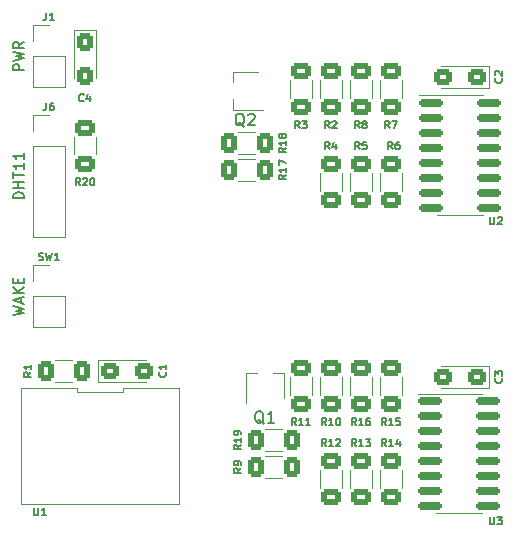
<source format=gto>
%TF.GenerationSoftware,KiCad,Pcbnew,(6.0.9)*%
%TF.CreationDate,2022-12-10T14:47:00+01:00*%
%TF.ProjectId,Hygrometer_SMD_doubleSided,48796772-6f6d-4657-9465-725f534d445f,rev?*%
%TF.SameCoordinates,Original*%
%TF.FileFunction,Legend,Top*%
%TF.FilePolarity,Positive*%
%FSLAX46Y46*%
G04 Gerber Fmt 4.6, Leading zero omitted, Abs format (unit mm)*
G04 Created by KiCad (PCBNEW (6.0.9)) date 2022-12-10 14:47:00*
%MOMM*%
%LPD*%
G01*
G04 APERTURE LIST*
G04 Aperture macros list*
%AMRoundRect*
0 Rectangle with rounded corners*
0 $1 Rounding radius*
0 $2 $3 $4 $5 $6 $7 $8 $9 X,Y pos of 4 corners*
0 Add a 4 corners polygon primitive as box body*
4,1,4,$2,$3,$4,$5,$6,$7,$8,$9,$2,$3,0*
0 Add four circle primitives for the rounded corners*
1,1,$1+$1,$2,$3*
1,1,$1+$1,$4,$5*
1,1,$1+$1,$6,$7*
1,1,$1+$1,$8,$9*
0 Add four rect primitives between the rounded corners*
20,1,$1+$1,$2,$3,$4,$5,0*
20,1,$1+$1,$4,$5,$6,$7,0*
20,1,$1+$1,$6,$7,$8,$9,0*
20,1,$1+$1,$8,$9,$2,$3,0*%
G04 Aperture macros list end*
%ADD10C,0.139700*%
%ADD11C,0.150000*%
%ADD12C,0.127000*%
%ADD13C,0.120000*%
%ADD14R,1.000000X0.700000*%
%ADD15R,0.700000X1.000000*%
%ADD16RoundRect,0.250000X-0.625000X0.400000X-0.625000X-0.400000X0.625000X-0.400000X0.625000X0.400000X0*%
%ADD17RoundRect,0.250000X0.625000X-0.400000X0.625000X0.400000X-0.625000X0.400000X-0.625000X-0.400000X0*%
%ADD18RoundRect,0.250000X-0.400000X-0.625000X0.400000X-0.625000X0.400000X0.625000X-0.400000X0.625000X0*%
%ADD19RoundRect,0.150000X-0.825000X-0.150000X0.825000X-0.150000X0.825000X0.150000X-0.825000X0.150000X0*%
%ADD20R,1.700000X1.700000*%
%ADD21O,1.700000X1.700000*%
%ADD22RoundRect,0.250000X0.400000X0.625000X-0.400000X0.625000X-0.400000X-0.625000X0.400000X-0.625000X0*%
%ADD23RoundRect,0.250000X-0.425000X0.537500X-0.425000X-0.537500X0.425000X-0.537500X0.425000X0.537500X0*%
%ADD24RoundRect,0.250000X0.537500X0.425000X-0.537500X0.425000X-0.537500X-0.425000X0.537500X-0.425000X0*%
%ADD25RoundRect,0.250000X-0.537500X-0.425000X0.537500X-0.425000X0.537500X0.425000X-0.537500X0.425000X0*%
%ADD26O,2.999999X1.200000*%
%ADD27R,1.500000X1.500000*%
%ADD28C,1.500000*%
G04 APERTURE END LIST*
D10*
X45087166Y-56676666D02*
X45976166Y-56465000D01*
X45341166Y-56295666D01*
X45976166Y-56126333D01*
X45087166Y-55914666D01*
X45722166Y-55618333D02*
X45722166Y-55195000D01*
X45976166Y-55703000D02*
X45087166Y-55406666D01*
X45976166Y-55110333D01*
X45976166Y-54814000D02*
X45087166Y-54814000D01*
X45976166Y-54306000D02*
X45468166Y-54687000D01*
X45087166Y-54306000D02*
X45595166Y-54814000D01*
X45510500Y-53925000D02*
X45510500Y-53628666D01*
X45976166Y-53501666D02*
X45976166Y-53925000D01*
X45087166Y-53925000D01*
X45087166Y-53501666D01*
X45976166Y-35933333D02*
X45087166Y-35933333D01*
X45087166Y-35594666D01*
X45129500Y-35510000D01*
X45171833Y-35467666D01*
X45256500Y-35425333D01*
X45383500Y-35425333D01*
X45468166Y-35467666D01*
X45510500Y-35510000D01*
X45552833Y-35594666D01*
X45552833Y-35933333D01*
X45087166Y-35129000D02*
X45976166Y-34917333D01*
X45341166Y-34748000D01*
X45976166Y-34578666D01*
X45087166Y-34367000D01*
X45976166Y-33520333D02*
X45552833Y-33816666D01*
X45976166Y-34028333D02*
X45087166Y-34028333D01*
X45087166Y-33689666D01*
X45129500Y-33605000D01*
X45171833Y-33562666D01*
X45256500Y-33520333D01*
X45383500Y-33520333D01*
X45468166Y-33562666D01*
X45510500Y-33605000D01*
X45552833Y-33689666D01*
X45552833Y-34028333D01*
X45976166Y-46791833D02*
X45087166Y-46791833D01*
X45087166Y-46580166D01*
X45129500Y-46453166D01*
X45214166Y-46368500D01*
X45298833Y-46326166D01*
X45468166Y-46283833D01*
X45595166Y-46283833D01*
X45764500Y-46326166D01*
X45849166Y-46368500D01*
X45933833Y-46453166D01*
X45976166Y-46580166D01*
X45976166Y-46791833D01*
X45976166Y-45902833D02*
X45087166Y-45902833D01*
X45510500Y-45902833D02*
X45510500Y-45394833D01*
X45976166Y-45394833D02*
X45087166Y-45394833D01*
X45087166Y-45098500D02*
X45087166Y-44590500D01*
X45976166Y-44844500D02*
X45087166Y-44844500D01*
X45976166Y-43828500D02*
X45976166Y-44336500D01*
X45976166Y-44082500D02*
X45087166Y-44082500D01*
X45214166Y-44167166D01*
X45298833Y-44251833D01*
X45341166Y-44336500D01*
X45976166Y-42981833D02*
X45976166Y-43489833D01*
X45976166Y-43235833D02*
X45087166Y-43235833D01*
X45214166Y-43320500D01*
X45298833Y-43405166D01*
X45341166Y-43489833D01*
D11*
%TO.C,Q2*%
X64655761Y-40716619D02*
X64560523Y-40669000D01*
X64465285Y-40573761D01*
X64322428Y-40430904D01*
X64227190Y-40383285D01*
X64131952Y-40383285D01*
X64179571Y-40621380D02*
X64084333Y-40573761D01*
X63989095Y-40478523D01*
X63941476Y-40288047D01*
X63941476Y-39954714D01*
X63989095Y-39764238D01*
X64084333Y-39669000D01*
X64179571Y-39621380D01*
X64370047Y-39621380D01*
X64465285Y-39669000D01*
X64560523Y-39764238D01*
X64608142Y-39954714D01*
X64608142Y-40288047D01*
X64560523Y-40478523D01*
X64465285Y-40573761D01*
X64370047Y-40621380D01*
X64179571Y-40621380D01*
X64989095Y-39716619D02*
X65036714Y-39669000D01*
X65131952Y-39621380D01*
X65370047Y-39621380D01*
X65465285Y-39669000D01*
X65512904Y-39716619D01*
X65560523Y-39811857D01*
X65560523Y-39907095D01*
X65512904Y-40049952D01*
X64941476Y-40621380D01*
X65560523Y-40621380D01*
%TO.C,Q1*%
X66306761Y-65902619D02*
X66211523Y-65855000D01*
X66116285Y-65759761D01*
X65973428Y-65616904D01*
X65878190Y-65569285D01*
X65782952Y-65569285D01*
X65830571Y-65807380D02*
X65735333Y-65759761D01*
X65640095Y-65664523D01*
X65592476Y-65474047D01*
X65592476Y-65140714D01*
X65640095Y-64950238D01*
X65735333Y-64855000D01*
X65830571Y-64807380D01*
X66021047Y-64807380D01*
X66116285Y-64855000D01*
X66211523Y-64950238D01*
X66259142Y-65140714D01*
X66259142Y-65474047D01*
X66211523Y-65664523D01*
X66116285Y-65759761D01*
X66021047Y-65807380D01*
X65830571Y-65807380D01*
X67211523Y-65807380D02*
X66640095Y-65807380D01*
X66925809Y-65807380D02*
X66925809Y-64807380D01*
X66830571Y-64950238D01*
X66735333Y-65045476D01*
X66640095Y-65093095D01*
D12*
%TO.C,R2*%
X71884166Y-40877261D02*
X71672500Y-40574880D01*
X71521309Y-40877261D02*
X71521309Y-40242261D01*
X71763214Y-40242261D01*
X71823690Y-40272500D01*
X71853928Y-40302738D01*
X71884166Y-40363214D01*
X71884166Y-40453928D01*
X71853928Y-40514404D01*
X71823690Y-40544642D01*
X71763214Y-40574880D01*
X71521309Y-40574880D01*
X72126071Y-40302738D02*
X72156309Y-40272500D01*
X72216785Y-40242261D01*
X72367976Y-40242261D01*
X72428452Y-40272500D01*
X72458690Y-40302738D01*
X72488928Y-40363214D01*
X72488928Y-40423690D01*
X72458690Y-40514404D01*
X72095833Y-40877261D01*
X72488928Y-40877261D01*
%TO.C,R3*%
X69344166Y-40877261D02*
X69132500Y-40574880D01*
X68981309Y-40877261D02*
X68981309Y-40242261D01*
X69223214Y-40242261D01*
X69283690Y-40272500D01*
X69313928Y-40302738D01*
X69344166Y-40363214D01*
X69344166Y-40453928D01*
X69313928Y-40514404D01*
X69283690Y-40544642D01*
X69223214Y-40574880D01*
X68981309Y-40574880D01*
X69555833Y-40242261D02*
X69948928Y-40242261D01*
X69737261Y-40484166D01*
X69827976Y-40484166D01*
X69888452Y-40514404D01*
X69918690Y-40544642D01*
X69948928Y-40605119D01*
X69948928Y-40756309D01*
X69918690Y-40816785D01*
X69888452Y-40847023D01*
X69827976Y-40877261D01*
X69646547Y-40877261D01*
X69586071Y-40847023D01*
X69555833Y-40816785D01*
%TO.C,R5*%
X74424166Y-42655261D02*
X74212500Y-42352880D01*
X74061309Y-42655261D02*
X74061309Y-42020261D01*
X74303214Y-42020261D01*
X74363690Y-42050500D01*
X74393928Y-42080738D01*
X74424166Y-42141214D01*
X74424166Y-42231928D01*
X74393928Y-42292404D01*
X74363690Y-42322642D01*
X74303214Y-42352880D01*
X74061309Y-42352880D01*
X74998690Y-42020261D02*
X74696309Y-42020261D01*
X74666071Y-42322642D01*
X74696309Y-42292404D01*
X74756785Y-42262166D01*
X74907976Y-42262166D01*
X74968452Y-42292404D01*
X74998690Y-42322642D01*
X75028928Y-42383119D01*
X75028928Y-42534309D01*
X74998690Y-42594785D01*
X74968452Y-42625023D01*
X74907976Y-42655261D01*
X74756785Y-42655261D01*
X74696309Y-42625023D01*
X74666071Y-42594785D01*
%TO.C,R6*%
X77218166Y-42655261D02*
X77006500Y-42352880D01*
X76855309Y-42655261D02*
X76855309Y-42020261D01*
X77097214Y-42020261D01*
X77157690Y-42050500D01*
X77187928Y-42080738D01*
X77218166Y-42141214D01*
X77218166Y-42231928D01*
X77187928Y-42292404D01*
X77157690Y-42322642D01*
X77097214Y-42352880D01*
X76855309Y-42352880D01*
X77762452Y-42020261D02*
X77641500Y-42020261D01*
X77581023Y-42050500D01*
X77550785Y-42080738D01*
X77490309Y-42171452D01*
X77460071Y-42292404D01*
X77460071Y-42534309D01*
X77490309Y-42594785D01*
X77520547Y-42625023D01*
X77581023Y-42655261D01*
X77701976Y-42655261D01*
X77762452Y-42625023D01*
X77792690Y-42594785D01*
X77822928Y-42534309D01*
X77822928Y-42383119D01*
X77792690Y-42322642D01*
X77762452Y-42292404D01*
X77701976Y-42262166D01*
X77581023Y-42262166D01*
X77520547Y-42292404D01*
X77490309Y-42322642D01*
X77460071Y-42383119D01*
%TO.C,R7*%
X76964166Y-40877261D02*
X76752500Y-40574880D01*
X76601309Y-40877261D02*
X76601309Y-40242261D01*
X76843214Y-40242261D01*
X76903690Y-40272500D01*
X76933928Y-40302738D01*
X76964166Y-40363214D01*
X76964166Y-40453928D01*
X76933928Y-40514404D01*
X76903690Y-40544642D01*
X76843214Y-40574880D01*
X76601309Y-40574880D01*
X77175833Y-40242261D02*
X77599166Y-40242261D01*
X77327023Y-40877261D01*
%TO.C,R8*%
X74424166Y-40877261D02*
X74212500Y-40574880D01*
X74061309Y-40877261D02*
X74061309Y-40242261D01*
X74303214Y-40242261D01*
X74363690Y-40272500D01*
X74393928Y-40302738D01*
X74424166Y-40363214D01*
X74424166Y-40453928D01*
X74393928Y-40514404D01*
X74363690Y-40544642D01*
X74303214Y-40574880D01*
X74061309Y-40574880D01*
X74787023Y-40514404D02*
X74726547Y-40484166D01*
X74696309Y-40453928D01*
X74666071Y-40393452D01*
X74666071Y-40363214D01*
X74696309Y-40302738D01*
X74726547Y-40272500D01*
X74787023Y-40242261D01*
X74907976Y-40242261D01*
X74968452Y-40272500D01*
X74998690Y-40302738D01*
X75028928Y-40363214D01*
X75028928Y-40393452D01*
X74998690Y-40453928D01*
X74968452Y-40484166D01*
X74907976Y-40514404D01*
X74787023Y-40514404D01*
X74726547Y-40544642D01*
X74696309Y-40574880D01*
X74666071Y-40635357D01*
X74666071Y-40756309D01*
X74696309Y-40816785D01*
X74726547Y-40847023D01*
X74787023Y-40877261D01*
X74907976Y-40877261D01*
X74968452Y-40847023D01*
X74998690Y-40816785D01*
X75028928Y-40756309D01*
X75028928Y-40635357D01*
X74998690Y-40574880D01*
X74968452Y-40544642D01*
X74907976Y-40514404D01*
%TO.C,R9*%
X64403261Y-69651833D02*
X64100880Y-69863500D01*
X64403261Y-70014690D02*
X63768261Y-70014690D01*
X63768261Y-69772785D01*
X63798500Y-69712309D01*
X63828738Y-69682071D01*
X63889214Y-69651833D01*
X63979928Y-69651833D01*
X64040404Y-69682071D01*
X64070642Y-69712309D01*
X64100880Y-69772785D01*
X64100880Y-70014690D01*
X64403261Y-69349452D02*
X64403261Y-69228500D01*
X64373023Y-69168023D01*
X64342785Y-69137785D01*
X64252071Y-69077309D01*
X64131119Y-69047071D01*
X63889214Y-69047071D01*
X63828738Y-69077309D01*
X63798500Y-69107547D01*
X63768261Y-69168023D01*
X63768261Y-69288976D01*
X63798500Y-69349452D01*
X63828738Y-69379690D01*
X63889214Y-69409928D01*
X64040404Y-69409928D01*
X64100880Y-69379690D01*
X64131119Y-69349452D01*
X64161357Y-69288976D01*
X64161357Y-69168023D01*
X64131119Y-69107547D01*
X64100880Y-69077309D01*
X64040404Y-69047071D01*
%TO.C,R10*%
X71581785Y-66023261D02*
X71370119Y-65720880D01*
X71218928Y-66023261D02*
X71218928Y-65388261D01*
X71460833Y-65388261D01*
X71521309Y-65418500D01*
X71551547Y-65448738D01*
X71581785Y-65509214D01*
X71581785Y-65599928D01*
X71551547Y-65660404D01*
X71521309Y-65690642D01*
X71460833Y-65720880D01*
X71218928Y-65720880D01*
X72186547Y-66023261D02*
X71823690Y-66023261D01*
X72005119Y-66023261D02*
X72005119Y-65388261D01*
X71944642Y-65478976D01*
X71884166Y-65539452D01*
X71823690Y-65569690D01*
X72579642Y-65388261D02*
X72640119Y-65388261D01*
X72700595Y-65418500D01*
X72730833Y-65448738D01*
X72761071Y-65509214D01*
X72791309Y-65630166D01*
X72791309Y-65781357D01*
X72761071Y-65902309D01*
X72730833Y-65962785D01*
X72700595Y-65993023D01*
X72640119Y-66023261D01*
X72579642Y-66023261D01*
X72519166Y-65993023D01*
X72488928Y-65962785D01*
X72458690Y-65902309D01*
X72428452Y-65781357D01*
X72428452Y-65630166D01*
X72458690Y-65509214D01*
X72488928Y-65448738D01*
X72519166Y-65418500D01*
X72579642Y-65388261D01*
%TO.C,R11*%
X69041785Y-66023261D02*
X68830119Y-65720880D01*
X68678928Y-66023261D02*
X68678928Y-65388261D01*
X68920833Y-65388261D01*
X68981309Y-65418500D01*
X69011547Y-65448738D01*
X69041785Y-65509214D01*
X69041785Y-65599928D01*
X69011547Y-65660404D01*
X68981309Y-65690642D01*
X68920833Y-65720880D01*
X68678928Y-65720880D01*
X69646547Y-66023261D02*
X69283690Y-66023261D01*
X69465119Y-66023261D02*
X69465119Y-65388261D01*
X69404642Y-65478976D01*
X69344166Y-65539452D01*
X69283690Y-65569690D01*
X70251309Y-66023261D02*
X69888452Y-66023261D01*
X70069880Y-66023261D02*
X70069880Y-65388261D01*
X70009404Y-65478976D01*
X69948928Y-65539452D01*
X69888452Y-65569690D01*
%TO.C,R12*%
X71581785Y-67801261D02*
X71370119Y-67498880D01*
X71218928Y-67801261D02*
X71218928Y-67166261D01*
X71460833Y-67166261D01*
X71521309Y-67196500D01*
X71551547Y-67226738D01*
X71581785Y-67287214D01*
X71581785Y-67377928D01*
X71551547Y-67438404D01*
X71521309Y-67468642D01*
X71460833Y-67498880D01*
X71218928Y-67498880D01*
X72186547Y-67801261D02*
X71823690Y-67801261D01*
X72005119Y-67801261D02*
X72005119Y-67166261D01*
X71944642Y-67256976D01*
X71884166Y-67317452D01*
X71823690Y-67347690D01*
X72428452Y-67226738D02*
X72458690Y-67196500D01*
X72519166Y-67166261D01*
X72670357Y-67166261D01*
X72730833Y-67196500D01*
X72761071Y-67226738D01*
X72791309Y-67287214D01*
X72791309Y-67347690D01*
X72761071Y-67438404D01*
X72398214Y-67801261D01*
X72791309Y-67801261D01*
%TO.C,R13*%
X74121785Y-67801261D02*
X73910119Y-67498880D01*
X73758928Y-67801261D02*
X73758928Y-67166261D01*
X74000833Y-67166261D01*
X74061309Y-67196500D01*
X74091547Y-67226738D01*
X74121785Y-67287214D01*
X74121785Y-67377928D01*
X74091547Y-67438404D01*
X74061309Y-67468642D01*
X74000833Y-67498880D01*
X73758928Y-67498880D01*
X74726547Y-67801261D02*
X74363690Y-67801261D01*
X74545119Y-67801261D02*
X74545119Y-67166261D01*
X74484642Y-67256976D01*
X74424166Y-67317452D01*
X74363690Y-67347690D01*
X74938214Y-67166261D02*
X75331309Y-67166261D01*
X75119642Y-67408166D01*
X75210357Y-67408166D01*
X75270833Y-67438404D01*
X75301071Y-67468642D01*
X75331309Y-67529119D01*
X75331309Y-67680309D01*
X75301071Y-67740785D01*
X75270833Y-67771023D01*
X75210357Y-67801261D01*
X75028928Y-67801261D01*
X74968452Y-67771023D01*
X74938214Y-67740785D01*
%TO.C,R14*%
X76661785Y-67801261D02*
X76450119Y-67498880D01*
X76298928Y-67801261D02*
X76298928Y-67166261D01*
X76540833Y-67166261D01*
X76601309Y-67196500D01*
X76631547Y-67226738D01*
X76661785Y-67287214D01*
X76661785Y-67377928D01*
X76631547Y-67438404D01*
X76601309Y-67468642D01*
X76540833Y-67498880D01*
X76298928Y-67498880D01*
X77266547Y-67801261D02*
X76903690Y-67801261D01*
X77085119Y-67801261D02*
X77085119Y-67166261D01*
X77024642Y-67256976D01*
X76964166Y-67317452D01*
X76903690Y-67347690D01*
X77810833Y-67377928D02*
X77810833Y-67801261D01*
X77659642Y-67136023D02*
X77508452Y-67589595D01*
X77901547Y-67589595D01*
%TO.C,R15*%
X76661785Y-66023261D02*
X76450119Y-65720880D01*
X76298928Y-66023261D02*
X76298928Y-65388261D01*
X76540833Y-65388261D01*
X76601309Y-65418500D01*
X76631547Y-65448738D01*
X76661785Y-65509214D01*
X76661785Y-65599928D01*
X76631547Y-65660404D01*
X76601309Y-65690642D01*
X76540833Y-65720880D01*
X76298928Y-65720880D01*
X77266547Y-66023261D02*
X76903690Y-66023261D01*
X77085119Y-66023261D02*
X77085119Y-65388261D01*
X77024642Y-65478976D01*
X76964166Y-65539452D01*
X76903690Y-65569690D01*
X77841071Y-65388261D02*
X77538690Y-65388261D01*
X77508452Y-65690642D01*
X77538690Y-65660404D01*
X77599166Y-65630166D01*
X77750357Y-65630166D01*
X77810833Y-65660404D01*
X77841071Y-65690642D01*
X77871309Y-65751119D01*
X77871309Y-65902309D01*
X77841071Y-65962785D01*
X77810833Y-65993023D01*
X77750357Y-66023261D01*
X77599166Y-66023261D01*
X77538690Y-65993023D01*
X77508452Y-65962785D01*
%TO.C,R16*%
X74121785Y-66023261D02*
X73910119Y-65720880D01*
X73758928Y-66023261D02*
X73758928Y-65388261D01*
X74000833Y-65388261D01*
X74061309Y-65418500D01*
X74091547Y-65448738D01*
X74121785Y-65509214D01*
X74121785Y-65599928D01*
X74091547Y-65660404D01*
X74061309Y-65690642D01*
X74000833Y-65720880D01*
X73758928Y-65720880D01*
X74726547Y-66023261D02*
X74363690Y-66023261D01*
X74545119Y-66023261D02*
X74545119Y-65388261D01*
X74484642Y-65478976D01*
X74424166Y-65539452D01*
X74363690Y-65569690D01*
X75270833Y-65388261D02*
X75149880Y-65388261D01*
X75089404Y-65418500D01*
X75059166Y-65448738D01*
X74998690Y-65539452D01*
X74968452Y-65660404D01*
X74968452Y-65902309D01*
X74998690Y-65962785D01*
X75028928Y-65993023D01*
X75089404Y-66023261D01*
X75210357Y-66023261D01*
X75270833Y-65993023D01*
X75301071Y-65962785D01*
X75331309Y-65902309D01*
X75331309Y-65751119D01*
X75301071Y-65690642D01*
X75270833Y-65660404D01*
X75210357Y-65630166D01*
X75089404Y-65630166D01*
X75028928Y-65660404D01*
X74998690Y-65690642D01*
X74968452Y-65751119D01*
%TO.C,R17*%
X68213261Y-44808214D02*
X67910880Y-45019880D01*
X68213261Y-45171071D02*
X67578261Y-45171071D01*
X67578261Y-44929166D01*
X67608500Y-44868690D01*
X67638738Y-44838452D01*
X67699214Y-44808214D01*
X67789928Y-44808214D01*
X67850404Y-44838452D01*
X67880642Y-44868690D01*
X67910880Y-44929166D01*
X67910880Y-45171071D01*
X68213261Y-44203452D02*
X68213261Y-44566309D01*
X68213261Y-44384880D02*
X67578261Y-44384880D01*
X67668976Y-44445357D01*
X67729452Y-44505833D01*
X67759690Y-44566309D01*
X67578261Y-43991785D02*
X67578261Y-43568452D01*
X68213261Y-43840595D01*
%TO.C,U2*%
X85476190Y-48370261D02*
X85476190Y-48884309D01*
X85506428Y-48944785D01*
X85536666Y-48975023D01*
X85597142Y-49005261D01*
X85718095Y-49005261D01*
X85778571Y-48975023D01*
X85808809Y-48944785D01*
X85839047Y-48884309D01*
X85839047Y-48370261D01*
X86111190Y-48430738D02*
X86141428Y-48400500D01*
X86201904Y-48370261D01*
X86353095Y-48370261D01*
X86413571Y-48400500D01*
X86443809Y-48430738D01*
X86474047Y-48491214D01*
X86474047Y-48551690D01*
X86443809Y-48642404D01*
X86080952Y-49005261D01*
X86474047Y-49005261D01*
%TO.C,U3*%
X85476190Y-73770261D02*
X85476190Y-74284309D01*
X85506428Y-74344785D01*
X85536666Y-74375023D01*
X85597142Y-74405261D01*
X85718095Y-74405261D01*
X85778571Y-74375023D01*
X85808809Y-74344785D01*
X85839047Y-74284309D01*
X85839047Y-73770261D01*
X86080952Y-73770261D02*
X86474047Y-73770261D01*
X86262380Y-74012166D01*
X86353095Y-74012166D01*
X86413571Y-74042404D01*
X86443809Y-74072642D01*
X86474047Y-74133119D01*
X86474047Y-74284309D01*
X86443809Y-74344785D01*
X86413571Y-74375023D01*
X86353095Y-74405261D01*
X86171666Y-74405261D01*
X86111190Y-74375023D01*
X86080952Y-74344785D01*
%TO.C,R4*%
X71884166Y-42655261D02*
X71672500Y-42352880D01*
X71521309Y-42655261D02*
X71521309Y-42020261D01*
X71763214Y-42020261D01*
X71823690Y-42050500D01*
X71853928Y-42080738D01*
X71884166Y-42141214D01*
X71884166Y-42231928D01*
X71853928Y-42292404D01*
X71823690Y-42322642D01*
X71763214Y-42352880D01*
X71521309Y-42352880D01*
X72428452Y-42231928D02*
X72428452Y-42655261D01*
X72277261Y-41990023D02*
X72126071Y-42443595D01*
X72519166Y-42443595D01*
%TO.C,J1*%
X47902333Y-31098261D02*
X47902333Y-31551833D01*
X47872095Y-31642547D01*
X47811619Y-31703023D01*
X47720904Y-31733261D01*
X47660428Y-31733261D01*
X48537333Y-31733261D02*
X48174476Y-31733261D01*
X48355904Y-31733261D02*
X48355904Y-31098261D01*
X48295428Y-31188976D01*
X48234952Y-31249452D01*
X48174476Y-31279690D01*
%TO.C,R1*%
X46623261Y-61523833D02*
X46320880Y-61735500D01*
X46623261Y-61886690D02*
X45988261Y-61886690D01*
X45988261Y-61644785D01*
X46018500Y-61584309D01*
X46048738Y-61554071D01*
X46109214Y-61523833D01*
X46199928Y-61523833D01*
X46260404Y-61554071D01*
X46290642Y-61584309D01*
X46320880Y-61644785D01*
X46320880Y-61886690D01*
X46623261Y-60919071D02*
X46623261Y-61281928D01*
X46623261Y-61100500D02*
X45988261Y-61100500D01*
X46078976Y-61160976D01*
X46139452Y-61221452D01*
X46169690Y-61281928D01*
%TO.C,SW1*%
X47267333Y-52023023D02*
X47358047Y-52053261D01*
X47509238Y-52053261D01*
X47569714Y-52023023D01*
X47599952Y-51992785D01*
X47630190Y-51932309D01*
X47630190Y-51871833D01*
X47599952Y-51811357D01*
X47569714Y-51781119D01*
X47509238Y-51750880D01*
X47388285Y-51720642D01*
X47327809Y-51690404D01*
X47297571Y-51660166D01*
X47267333Y-51599690D01*
X47267333Y-51539214D01*
X47297571Y-51478738D01*
X47327809Y-51448500D01*
X47388285Y-51418261D01*
X47539476Y-51418261D01*
X47630190Y-51448500D01*
X47841857Y-51418261D02*
X47993047Y-52053261D01*
X48114000Y-51599690D01*
X48234952Y-52053261D01*
X48386142Y-51418261D01*
X48960666Y-52053261D02*
X48597809Y-52053261D01*
X48779238Y-52053261D02*
X48779238Y-51418261D01*
X48718761Y-51508976D01*
X48658285Y-51569452D01*
X48597809Y-51599690D01*
%TO.C,J6*%
X47902333Y-38718261D02*
X47902333Y-39171833D01*
X47872095Y-39262547D01*
X47811619Y-39323023D01*
X47720904Y-39353261D01*
X47660428Y-39353261D01*
X48476857Y-38718261D02*
X48355904Y-38718261D01*
X48295428Y-38748500D01*
X48265190Y-38778738D01*
X48204714Y-38869452D01*
X48174476Y-38990404D01*
X48174476Y-39232309D01*
X48204714Y-39292785D01*
X48234952Y-39323023D01*
X48295428Y-39353261D01*
X48416380Y-39353261D01*
X48476857Y-39323023D01*
X48507095Y-39292785D01*
X48537333Y-39232309D01*
X48537333Y-39081119D01*
X48507095Y-39020642D01*
X48476857Y-38990404D01*
X48416380Y-38960166D01*
X48295428Y-38960166D01*
X48234952Y-38990404D01*
X48204714Y-39020642D01*
X48174476Y-39081119D01*
%TO.C,R19*%
X64403261Y-67668214D02*
X64100880Y-67879880D01*
X64403261Y-68031071D02*
X63768261Y-68031071D01*
X63768261Y-67789166D01*
X63798500Y-67728690D01*
X63828738Y-67698452D01*
X63889214Y-67668214D01*
X63979928Y-67668214D01*
X64040404Y-67698452D01*
X64070642Y-67728690D01*
X64100880Y-67789166D01*
X64100880Y-68031071D01*
X64403261Y-67063452D02*
X64403261Y-67426309D01*
X64403261Y-67244880D02*
X63768261Y-67244880D01*
X63858976Y-67305357D01*
X63919452Y-67365833D01*
X63949690Y-67426309D01*
X64403261Y-66761071D02*
X64403261Y-66640119D01*
X64373023Y-66579642D01*
X64342785Y-66549404D01*
X64252071Y-66488928D01*
X64131119Y-66458690D01*
X63889214Y-66458690D01*
X63828738Y-66488928D01*
X63798500Y-66519166D01*
X63768261Y-66579642D01*
X63768261Y-66700595D01*
X63798500Y-66761071D01*
X63828738Y-66791309D01*
X63889214Y-66821547D01*
X64040404Y-66821547D01*
X64100880Y-66791309D01*
X64131119Y-66761071D01*
X64161357Y-66700595D01*
X64161357Y-66579642D01*
X64131119Y-66519166D01*
X64100880Y-66488928D01*
X64040404Y-66458690D01*
%TO.C,R18*%
X68213261Y-42522214D02*
X67910880Y-42733880D01*
X68213261Y-42885071D02*
X67578261Y-42885071D01*
X67578261Y-42643166D01*
X67608500Y-42582690D01*
X67638738Y-42552452D01*
X67699214Y-42522214D01*
X67789928Y-42522214D01*
X67850404Y-42552452D01*
X67880642Y-42582690D01*
X67910880Y-42643166D01*
X67910880Y-42885071D01*
X68213261Y-41917452D02*
X68213261Y-42280309D01*
X68213261Y-42098880D02*
X67578261Y-42098880D01*
X67668976Y-42159357D01*
X67729452Y-42219833D01*
X67759690Y-42280309D01*
X67850404Y-41554595D02*
X67820166Y-41615071D01*
X67789928Y-41645309D01*
X67729452Y-41675547D01*
X67699214Y-41675547D01*
X67638738Y-41645309D01*
X67608500Y-41615071D01*
X67578261Y-41554595D01*
X67578261Y-41433642D01*
X67608500Y-41373166D01*
X67638738Y-41342928D01*
X67699214Y-41312690D01*
X67729452Y-41312690D01*
X67789928Y-41342928D01*
X67820166Y-41373166D01*
X67850404Y-41433642D01*
X67850404Y-41554595D01*
X67880642Y-41615071D01*
X67910880Y-41645309D01*
X67971357Y-41675547D01*
X68092309Y-41675547D01*
X68152785Y-41645309D01*
X68183023Y-41615071D01*
X68213261Y-41554595D01*
X68213261Y-41433642D01*
X68183023Y-41373166D01*
X68152785Y-41342928D01*
X68092309Y-41312690D01*
X67971357Y-41312690D01*
X67910880Y-41342928D01*
X67880642Y-41373166D01*
X67850404Y-41433642D01*
%TO.C,R20*%
X50753785Y-45703261D02*
X50542119Y-45400880D01*
X50390928Y-45703261D02*
X50390928Y-45068261D01*
X50632833Y-45068261D01*
X50693309Y-45098500D01*
X50723547Y-45128738D01*
X50753785Y-45189214D01*
X50753785Y-45279928D01*
X50723547Y-45340404D01*
X50693309Y-45370642D01*
X50632833Y-45400880D01*
X50390928Y-45400880D01*
X50995690Y-45128738D02*
X51025928Y-45098500D01*
X51086404Y-45068261D01*
X51237595Y-45068261D01*
X51298071Y-45098500D01*
X51328309Y-45128738D01*
X51358547Y-45189214D01*
X51358547Y-45249690D01*
X51328309Y-45340404D01*
X50965452Y-45703261D01*
X51358547Y-45703261D01*
X51751642Y-45068261D02*
X51812119Y-45068261D01*
X51872595Y-45098500D01*
X51902833Y-45128738D01*
X51933071Y-45189214D01*
X51963309Y-45310166D01*
X51963309Y-45461357D01*
X51933071Y-45582309D01*
X51902833Y-45642785D01*
X51872595Y-45673023D01*
X51812119Y-45703261D01*
X51751642Y-45703261D01*
X51691166Y-45673023D01*
X51660928Y-45642785D01*
X51630690Y-45582309D01*
X51600452Y-45461357D01*
X51600452Y-45310166D01*
X51630690Y-45189214D01*
X51660928Y-45128738D01*
X51691166Y-45098500D01*
X51751642Y-45068261D01*
%TO.C,C4*%
X51056166Y-38530785D02*
X51025928Y-38561023D01*
X50935214Y-38591261D01*
X50874738Y-38591261D01*
X50784023Y-38561023D01*
X50723547Y-38500547D01*
X50693309Y-38440071D01*
X50663071Y-38319119D01*
X50663071Y-38228404D01*
X50693309Y-38107452D01*
X50723547Y-38046976D01*
X50784023Y-37986500D01*
X50874738Y-37956261D01*
X50935214Y-37956261D01*
X51025928Y-37986500D01*
X51056166Y-38016738D01*
X51600452Y-38167928D02*
X51600452Y-38591261D01*
X51449261Y-37926023D02*
X51298071Y-38379595D01*
X51691166Y-38379595D01*
%TO.C,C2*%
X86440785Y-36631833D02*
X86471023Y-36662071D01*
X86501261Y-36752785D01*
X86501261Y-36813261D01*
X86471023Y-36903976D01*
X86410547Y-36964452D01*
X86350071Y-36994690D01*
X86229119Y-37024928D01*
X86138404Y-37024928D01*
X86017452Y-36994690D01*
X85956976Y-36964452D01*
X85896500Y-36903976D01*
X85866261Y-36813261D01*
X85866261Y-36752785D01*
X85896500Y-36662071D01*
X85926738Y-36631833D01*
X85926738Y-36389928D02*
X85896500Y-36359690D01*
X85866261Y-36299214D01*
X85866261Y-36148023D01*
X85896500Y-36087547D01*
X85926738Y-36057309D01*
X85987214Y-36027071D01*
X86047690Y-36027071D01*
X86138404Y-36057309D01*
X86501261Y-36420166D01*
X86501261Y-36027071D01*
%TO.C,C3*%
X86440785Y-62031833D02*
X86471023Y-62062071D01*
X86501261Y-62152785D01*
X86501261Y-62213261D01*
X86471023Y-62303976D01*
X86410547Y-62364452D01*
X86350071Y-62394690D01*
X86229119Y-62424928D01*
X86138404Y-62424928D01*
X86017452Y-62394690D01*
X85956976Y-62364452D01*
X85896500Y-62303976D01*
X85866261Y-62213261D01*
X85866261Y-62152785D01*
X85896500Y-62062071D01*
X85926738Y-62031833D01*
X85866261Y-61820166D02*
X85866261Y-61427071D01*
X86108166Y-61638738D01*
X86108166Y-61548023D01*
X86138404Y-61487547D01*
X86168642Y-61457309D01*
X86229119Y-61427071D01*
X86380309Y-61427071D01*
X86440785Y-61457309D01*
X86471023Y-61487547D01*
X86501261Y-61548023D01*
X86501261Y-61729452D01*
X86471023Y-61789928D01*
X86440785Y-61820166D01*
%TO.C,C1*%
X57992785Y-61523833D02*
X58023023Y-61554071D01*
X58053261Y-61644785D01*
X58053261Y-61705261D01*
X58023023Y-61795976D01*
X57962547Y-61856452D01*
X57902071Y-61886690D01*
X57781119Y-61916928D01*
X57690404Y-61916928D01*
X57569452Y-61886690D01*
X57508976Y-61856452D01*
X57448500Y-61795976D01*
X57418261Y-61705261D01*
X57418261Y-61644785D01*
X57448500Y-61554071D01*
X57478738Y-61523833D01*
X58053261Y-60919071D02*
X58053261Y-61281928D01*
X58053261Y-61100500D02*
X57418261Y-61100500D01*
X57508976Y-61160976D01*
X57569452Y-61221452D01*
X57599690Y-61281928D01*
%TO.C,U1*%
X46868190Y-73008261D02*
X46868190Y-73522309D01*
X46898428Y-73582785D01*
X46928666Y-73613023D01*
X46989142Y-73643261D01*
X47110095Y-73643261D01*
X47170571Y-73613023D01*
X47200809Y-73582785D01*
X47231047Y-73522309D01*
X47231047Y-73008261D01*
X47866047Y-73643261D02*
X47503190Y-73643261D01*
X47684619Y-73643261D02*
X47684619Y-73008261D01*
X47624142Y-73098976D01*
X47563666Y-73159452D01*
X47503190Y-73189690D01*
D13*
%TO.C,Q2*%
X65826000Y-36059000D02*
X63676000Y-36059000D01*
X63676000Y-39279000D02*
X63676000Y-38369000D01*
X66251000Y-39279000D02*
X63676000Y-39279000D01*
X63676000Y-36969000D02*
X63676000Y-36059000D01*
%TO.C,Q1*%
X68012000Y-63693000D02*
X68012000Y-61543000D01*
X64792000Y-61543000D02*
X65702000Y-61543000D01*
X64792000Y-64118000D02*
X64792000Y-61543000D01*
X67102000Y-61543000D02*
X68012000Y-61543000D01*
%TO.C,R2*%
X71080000Y-36814936D02*
X71080000Y-38269064D01*
X72900000Y-36814936D02*
X72900000Y-38269064D01*
%TO.C,R3*%
X70360000Y-36814936D02*
X70360000Y-38269064D01*
X68540000Y-36814936D02*
X68540000Y-38269064D01*
%TO.C,R5*%
X73620000Y-46143064D02*
X73620000Y-44688936D01*
X75440000Y-46143064D02*
X75440000Y-44688936D01*
%TO.C,R6*%
X76160000Y-46143064D02*
X76160000Y-44688936D01*
X77980000Y-46143064D02*
X77980000Y-44688936D01*
%TO.C,R7*%
X76160000Y-36814936D02*
X76160000Y-38269064D01*
X77980000Y-36814936D02*
X77980000Y-38269064D01*
%TO.C,R8*%
X75440000Y-36814936D02*
X75440000Y-38269064D01*
X73620000Y-36814936D02*
X73620000Y-38269064D01*
%TO.C,R9*%
X66436936Y-70456000D02*
X67891064Y-70456000D01*
X66436936Y-68636000D02*
X67891064Y-68636000D01*
%TO.C,R10*%
X71080000Y-61960936D02*
X71080000Y-63415064D01*
X72900000Y-61960936D02*
X72900000Y-63415064D01*
%TO.C,R11*%
X70360000Y-61960936D02*
X70360000Y-63415064D01*
X68540000Y-61960936D02*
X68540000Y-63415064D01*
%TO.C,R12*%
X72900000Y-71289064D02*
X72900000Y-69834936D01*
X71080000Y-71289064D02*
X71080000Y-69834936D01*
%TO.C,R13*%
X75440000Y-71289064D02*
X75440000Y-69834936D01*
X73620000Y-71289064D02*
X73620000Y-69834936D01*
%TO.C,R14*%
X76160000Y-71289064D02*
X76160000Y-69834936D01*
X77980000Y-71289064D02*
X77980000Y-69834936D01*
%TO.C,R15*%
X76160000Y-61960936D02*
X76160000Y-63415064D01*
X77980000Y-61960936D02*
X77980000Y-63415064D01*
%TO.C,R16*%
X73620000Y-61960936D02*
X73620000Y-63415064D01*
X75440000Y-61960936D02*
X75440000Y-63415064D01*
%TO.C,R17*%
X64150936Y-45310000D02*
X65605064Y-45310000D01*
X64150936Y-43490000D02*
X65605064Y-43490000D01*
%TO.C,U2*%
X82912000Y-48190000D02*
X84862000Y-48190000D01*
X82912000Y-38070000D02*
X79462000Y-38070000D01*
X82912000Y-48190000D02*
X80962000Y-48190000D01*
X82912000Y-38070000D02*
X84862000Y-38070000D01*
%TO.C,U3*%
X82847000Y-63343000D02*
X84797000Y-63343000D01*
X82847000Y-73463000D02*
X84797000Y-73463000D01*
X82847000Y-73463000D02*
X80897000Y-73463000D01*
X82847000Y-63343000D02*
X79397000Y-63343000D01*
%TO.C,R4*%
X72900000Y-46143064D02*
X72900000Y-44688936D01*
X71080000Y-46143064D02*
X71080000Y-44688936D01*
%TO.C,J1*%
X46784000Y-32148000D02*
X48114000Y-32148000D01*
X49444000Y-34748000D02*
X49444000Y-37348000D01*
X46784000Y-33478000D02*
X46784000Y-32148000D01*
X46784000Y-34748000D02*
X49444000Y-34748000D01*
X46784000Y-34748000D02*
X46784000Y-37348000D01*
X46784000Y-37348000D02*
X49444000Y-37348000D01*
%TO.C,R1*%
X50111064Y-62328000D02*
X48656936Y-62328000D01*
X50111064Y-60508000D02*
X48656936Y-60508000D01*
%TO.C,SW1*%
X49444000Y-55063000D02*
X49444000Y-57663000D01*
X46784000Y-55063000D02*
X49444000Y-55063000D01*
X46784000Y-57663000D02*
X49444000Y-57663000D01*
X46784000Y-53793000D02*
X46784000Y-52463000D01*
X46784000Y-52463000D02*
X48114000Y-52463000D01*
X46784000Y-55063000D02*
X46784000Y-57663000D01*
%TO.C,J6*%
X46784000Y-39768000D02*
X48114000Y-39768000D01*
X49444000Y-42368000D02*
X49444000Y-50048000D01*
X46784000Y-42368000D02*
X49444000Y-42368000D01*
X46784000Y-41098000D02*
X46784000Y-39768000D01*
X46784000Y-50048000D02*
X49444000Y-50048000D01*
X46784000Y-42368000D02*
X46784000Y-50048000D01*
%TO.C,R19*%
X67891064Y-68170000D02*
X66436936Y-68170000D01*
X67891064Y-66350000D02*
X66436936Y-66350000D01*
%TO.C,R18*%
X65605064Y-43024000D02*
X64150936Y-43024000D01*
X65605064Y-41204000D02*
X64150936Y-41204000D01*
%TO.C,R20*%
X50252000Y-43080064D02*
X50252000Y-41625936D01*
X52072000Y-43080064D02*
X52072000Y-41625936D01*
%TO.C,C4*%
X50227000Y-32517000D02*
X50227000Y-36602000D01*
X52097000Y-36602000D02*
X52097000Y-32517000D01*
X52097000Y-32517000D02*
X50227000Y-32517000D01*
%TO.C,C2*%
X85397000Y-37461000D02*
X85397000Y-35591000D01*
X81312000Y-37461000D02*
X85397000Y-37461000D01*
X85397000Y-35591000D02*
X81312000Y-35591000D01*
%TO.C,C3*%
X85397000Y-62861000D02*
X85397000Y-60991000D01*
X85397000Y-60991000D02*
X81312000Y-60991000D01*
X81312000Y-62861000D02*
X85397000Y-62861000D01*
%TO.C,C1*%
X56318000Y-60483000D02*
X52233000Y-60483000D01*
X52233000Y-62353000D02*
X56318000Y-62353000D01*
X52233000Y-60483000D02*
X52233000Y-62353000D01*
%TO.C,U1*%
X59132000Y-72678000D02*
X59132000Y-62858000D01*
X50512001Y-62858000D02*
X45732000Y-62858000D01*
X50512001Y-63218000D02*
X50512001Y-62858000D01*
X45732000Y-62858000D02*
X45732000Y-72678000D01*
X54352000Y-63218000D02*
X50512001Y-63218000D01*
X59132000Y-62858000D02*
X54352000Y-62858000D01*
X54352000Y-62858000D02*
X54352000Y-63218000D01*
X45732000Y-72678000D02*
X59132000Y-72678000D01*
%TD*%
%LPC*%
D14*
%TO.C,Q2*%
X65951000Y-38619000D03*
X65951000Y-36719000D03*
X63551000Y-37669000D03*
%TD*%
D15*
%TO.C,Q1*%
X65452000Y-63818000D03*
X67352000Y-63818000D03*
X66402000Y-61418000D03*
%TD*%
D16*
%TO.C,R2*%
X71990000Y-35992000D03*
X71990000Y-39092000D03*
%TD*%
%TO.C,R3*%
X69450000Y-35992000D03*
X69450000Y-39092000D03*
%TD*%
D17*
%TO.C,R5*%
X74530000Y-46966000D03*
X74530000Y-43866000D03*
%TD*%
%TO.C,R6*%
X77070000Y-46966000D03*
X77070000Y-43866000D03*
%TD*%
D16*
%TO.C,R7*%
X77070000Y-35992000D03*
X77070000Y-39092000D03*
%TD*%
%TO.C,R8*%
X74530000Y-35992000D03*
X74530000Y-39092000D03*
%TD*%
D18*
%TO.C,R9*%
X65614000Y-69546000D03*
X68714000Y-69546000D03*
%TD*%
D16*
%TO.C,R10*%
X71990000Y-61138000D03*
X71990000Y-64238000D03*
%TD*%
%TO.C,R11*%
X69450000Y-61138000D03*
X69450000Y-64238000D03*
%TD*%
D17*
%TO.C,R12*%
X71990000Y-72112000D03*
X71990000Y-69012000D03*
%TD*%
%TO.C,R13*%
X74530000Y-72112000D03*
X74530000Y-69012000D03*
%TD*%
%TO.C,R14*%
X77070000Y-72112000D03*
X77070000Y-69012000D03*
%TD*%
D16*
%TO.C,R15*%
X77070000Y-61138000D03*
X77070000Y-64238000D03*
%TD*%
%TO.C,R16*%
X74530000Y-61138000D03*
X74530000Y-64238000D03*
%TD*%
D18*
%TO.C,R17*%
X63328000Y-44400000D03*
X66428000Y-44400000D03*
%TD*%
D19*
%TO.C,U2*%
X80437000Y-38685000D03*
X80437000Y-39955000D03*
X80437000Y-41225000D03*
X80437000Y-42495000D03*
X80437000Y-43765000D03*
X80437000Y-45035000D03*
X80437000Y-46305000D03*
X80437000Y-47575000D03*
X85387000Y-47575000D03*
X85387000Y-46305000D03*
X85387000Y-45035000D03*
X85387000Y-43765000D03*
X85387000Y-42495000D03*
X85387000Y-41225000D03*
X85387000Y-39955000D03*
X85387000Y-38685000D03*
%TD*%
%TO.C,U3*%
X80372000Y-63958000D03*
X80372000Y-65228000D03*
X80372000Y-66498000D03*
X80372000Y-67768000D03*
X80372000Y-69038000D03*
X80372000Y-70308000D03*
X80372000Y-71578000D03*
X80372000Y-72848000D03*
X85322000Y-72848000D03*
X85322000Y-71578000D03*
X85322000Y-70308000D03*
X85322000Y-69038000D03*
X85322000Y-67768000D03*
X85322000Y-66498000D03*
X85322000Y-65228000D03*
X85322000Y-63958000D03*
%TD*%
D17*
%TO.C,R4*%
X71990000Y-46966000D03*
X71990000Y-43866000D03*
%TD*%
D20*
%TO.C,J1*%
X48114000Y-33478000D03*
D21*
X48114000Y-36018000D03*
%TD*%
D22*
%TO.C,R1*%
X50934000Y-61418000D03*
X47834000Y-61418000D03*
%TD*%
D20*
%TO.C,SW1*%
X48114000Y-53793000D03*
D21*
X48114000Y-56333000D03*
%TD*%
D20*
%TO.C,J6*%
X48114000Y-41098000D03*
D21*
X48114000Y-43638000D03*
X48114000Y-46178000D03*
X48114000Y-48718000D03*
%TD*%
D22*
%TO.C,R19*%
X68714000Y-67260000D03*
X65614000Y-67260000D03*
%TD*%
%TO.C,R18*%
X66428000Y-42114000D03*
X63328000Y-42114000D03*
%TD*%
D17*
%TO.C,R20*%
X51162000Y-43903000D03*
X51162000Y-40803000D03*
%TD*%
D23*
%TO.C,C4*%
X51162000Y-33564500D03*
X51162000Y-36439500D03*
%TD*%
D24*
%TO.C,C2*%
X84349500Y-36526000D03*
X81474500Y-36526000D03*
%TD*%
%TO.C,C3*%
X84349500Y-61926000D03*
X81474500Y-61926000D03*
%TD*%
D25*
%TO.C,C1*%
X53280500Y-61418000D03*
X56155500Y-61418000D03*
%TD*%
D26*
%TO.C,U1*%
X47432000Y-63958000D03*
X47432000Y-66498000D03*
X47432000Y-69038000D03*
X47432000Y-71578000D03*
X57432000Y-71578000D03*
X57432000Y-69038000D03*
X57432000Y-66498000D03*
X57432000Y-63958000D03*
%TD*%
D27*
%TO.C,U4*%
X77070000Y-74245000D03*
D28*
X74530000Y-74245000D03*
X71990000Y-74245000D03*
X69450000Y-74245000D03*
X66910000Y-74245000D03*
X64370000Y-74245000D03*
X61830000Y-74245000D03*
X59290000Y-74245000D03*
X56750000Y-74245000D03*
X56750000Y-59005000D03*
X59290000Y-59005000D03*
X61830000Y-59005000D03*
X64370000Y-59005000D03*
X66910000Y-59005000D03*
X69450000Y-59005000D03*
X71990000Y-59005000D03*
X74530000Y-59005000D03*
X77070000Y-59005000D03*
%TD*%
D27*
%TO.C,U5*%
X77070000Y-49099000D03*
D28*
X74530000Y-49099000D03*
X71990000Y-49099000D03*
X69450000Y-49099000D03*
X66910000Y-49099000D03*
X64370000Y-49099000D03*
X61830000Y-49099000D03*
X59290000Y-49099000D03*
X56750000Y-49099000D03*
X56750000Y-33859000D03*
X59290000Y-33859000D03*
X61830000Y-33859000D03*
X64370000Y-33859000D03*
X66910000Y-33859000D03*
X69450000Y-33859000D03*
X71990000Y-33859000D03*
X74530000Y-33859000D03*
X77070000Y-33859000D03*
%TD*%
M02*

</source>
